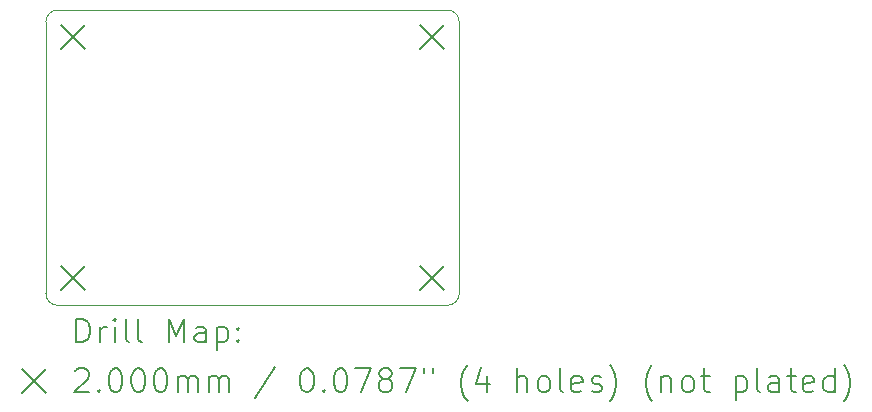
<source format=gbr>
%TF.GenerationSoftware,KiCad,Pcbnew,8.0.3*%
%TF.CreationDate,2024-12-25T15:45:30+08:00*%
%TF.ProjectId,ICM-42688,49434d2d-3432-4363-9838-2e6b69636164,rev?*%
%TF.SameCoordinates,Original*%
%TF.FileFunction,Drillmap*%
%TF.FilePolarity,Positive*%
%FSLAX45Y45*%
G04 Gerber Fmt 4.5, Leading zero omitted, Abs format (unit mm)*
G04 Created by KiCad (PCBNEW 8.0.3) date 2024-12-25 15:45:30*
%MOMM*%
%LPD*%
G01*
G04 APERTURE LIST*
%ADD10C,0.050000*%
%ADD11C,0.200000*%
G04 APERTURE END LIST*
D10*
X12000000Y-9400000D02*
X12000000Y-7100000D01*
X12100000Y-9500000D02*
G75*
G02*
X12000000Y-9400000I0J100000D01*
G01*
X15500000Y-7100000D02*
X15500000Y-9400000D01*
X12000000Y-7100000D02*
G75*
G02*
X12100000Y-7000000I100000J0D01*
G01*
X12100000Y-7000000D02*
X15400000Y-7000000D01*
X15400000Y-7000000D02*
G75*
G02*
X15500000Y-7100000I0J-100000D01*
G01*
X15500000Y-9400000D02*
G75*
G02*
X15400000Y-9500000I-100000J0D01*
G01*
X15400000Y-9500000D02*
X12100000Y-9500000D01*
D11*
X12130000Y-7130000D02*
X12330000Y-7330000D01*
X12330000Y-7130000D02*
X12130000Y-7330000D01*
X12130000Y-9170000D02*
X12330000Y-9370000D01*
X12330000Y-9170000D02*
X12130000Y-9370000D01*
X15170000Y-7130000D02*
X15370000Y-7330000D01*
X15370000Y-7130000D02*
X15170000Y-7330000D01*
X15170000Y-9170000D02*
X15370000Y-9370000D01*
X15370000Y-9170000D02*
X15170000Y-9370000D01*
X12258277Y-9813984D02*
X12258277Y-9613984D01*
X12258277Y-9613984D02*
X12305896Y-9613984D01*
X12305896Y-9613984D02*
X12334467Y-9623508D01*
X12334467Y-9623508D02*
X12353515Y-9642555D01*
X12353515Y-9642555D02*
X12363039Y-9661603D01*
X12363039Y-9661603D02*
X12372562Y-9699698D01*
X12372562Y-9699698D02*
X12372562Y-9728270D01*
X12372562Y-9728270D02*
X12363039Y-9766365D01*
X12363039Y-9766365D02*
X12353515Y-9785412D01*
X12353515Y-9785412D02*
X12334467Y-9804460D01*
X12334467Y-9804460D02*
X12305896Y-9813984D01*
X12305896Y-9813984D02*
X12258277Y-9813984D01*
X12458277Y-9813984D02*
X12458277Y-9680650D01*
X12458277Y-9718746D02*
X12467801Y-9699698D01*
X12467801Y-9699698D02*
X12477324Y-9690174D01*
X12477324Y-9690174D02*
X12496372Y-9680650D01*
X12496372Y-9680650D02*
X12515420Y-9680650D01*
X12582086Y-9813984D02*
X12582086Y-9680650D01*
X12582086Y-9613984D02*
X12572562Y-9623508D01*
X12572562Y-9623508D02*
X12582086Y-9633031D01*
X12582086Y-9633031D02*
X12591610Y-9623508D01*
X12591610Y-9623508D02*
X12582086Y-9613984D01*
X12582086Y-9613984D02*
X12582086Y-9633031D01*
X12705896Y-9813984D02*
X12686848Y-9804460D01*
X12686848Y-9804460D02*
X12677324Y-9785412D01*
X12677324Y-9785412D02*
X12677324Y-9613984D01*
X12810658Y-9813984D02*
X12791610Y-9804460D01*
X12791610Y-9804460D02*
X12782086Y-9785412D01*
X12782086Y-9785412D02*
X12782086Y-9613984D01*
X13039229Y-9813984D02*
X13039229Y-9613984D01*
X13039229Y-9613984D02*
X13105896Y-9756841D01*
X13105896Y-9756841D02*
X13172562Y-9613984D01*
X13172562Y-9613984D02*
X13172562Y-9813984D01*
X13353515Y-9813984D02*
X13353515Y-9709222D01*
X13353515Y-9709222D02*
X13343991Y-9690174D01*
X13343991Y-9690174D02*
X13324943Y-9680650D01*
X13324943Y-9680650D02*
X13286848Y-9680650D01*
X13286848Y-9680650D02*
X13267801Y-9690174D01*
X13353515Y-9804460D02*
X13334467Y-9813984D01*
X13334467Y-9813984D02*
X13286848Y-9813984D01*
X13286848Y-9813984D02*
X13267801Y-9804460D01*
X13267801Y-9804460D02*
X13258277Y-9785412D01*
X13258277Y-9785412D02*
X13258277Y-9766365D01*
X13258277Y-9766365D02*
X13267801Y-9747317D01*
X13267801Y-9747317D02*
X13286848Y-9737793D01*
X13286848Y-9737793D02*
X13334467Y-9737793D01*
X13334467Y-9737793D02*
X13353515Y-9728270D01*
X13448753Y-9680650D02*
X13448753Y-9880650D01*
X13448753Y-9690174D02*
X13467801Y-9680650D01*
X13467801Y-9680650D02*
X13505896Y-9680650D01*
X13505896Y-9680650D02*
X13524943Y-9690174D01*
X13524943Y-9690174D02*
X13534467Y-9699698D01*
X13534467Y-9699698D02*
X13543991Y-9718746D01*
X13543991Y-9718746D02*
X13543991Y-9775889D01*
X13543991Y-9775889D02*
X13534467Y-9794936D01*
X13534467Y-9794936D02*
X13524943Y-9804460D01*
X13524943Y-9804460D02*
X13505896Y-9813984D01*
X13505896Y-9813984D02*
X13467801Y-9813984D01*
X13467801Y-9813984D02*
X13448753Y-9804460D01*
X13629705Y-9794936D02*
X13639229Y-9804460D01*
X13639229Y-9804460D02*
X13629705Y-9813984D01*
X13629705Y-9813984D02*
X13620182Y-9804460D01*
X13620182Y-9804460D02*
X13629705Y-9794936D01*
X13629705Y-9794936D02*
X13629705Y-9813984D01*
X13629705Y-9690174D02*
X13639229Y-9699698D01*
X13639229Y-9699698D02*
X13629705Y-9709222D01*
X13629705Y-9709222D02*
X13620182Y-9699698D01*
X13620182Y-9699698D02*
X13629705Y-9690174D01*
X13629705Y-9690174D02*
X13629705Y-9709222D01*
X11797500Y-10042500D02*
X11997500Y-10242500D01*
X11997500Y-10042500D02*
X11797500Y-10242500D01*
X12248753Y-10053031D02*
X12258277Y-10043508D01*
X12258277Y-10043508D02*
X12277324Y-10033984D01*
X12277324Y-10033984D02*
X12324943Y-10033984D01*
X12324943Y-10033984D02*
X12343991Y-10043508D01*
X12343991Y-10043508D02*
X12353515Y-10053031D01*
X12353515Y-10053031D02*
X12363039Y-10072079D01*
X12363039Y-10072079D02*
X12363039Y-10091127D01*
X12363039Y-10091127D02*
X12353515Y-10119698D01*
X12353515Y-10119698D02*
X12239229Y-10233984D01*
X12239229Y-10233984D02*
X12363039Y-10233984D01*
X12448753Y-10214936D02*
X12458277Y-10224460D01*
X12458277Y-10224460D02*
X12448753Y-10233984D01*
X12448753Y-10233984D02*
X12439229Y-10224460D01*
X12439229Y-10224460D02*
X12448753Y-10214936D01*
X12448753Y-10214936D02*
X12448753Y-10233984D01*
X12582086Y-10033984D02*
X12601134Y-10033984D01*
X12601134Y-10033984D02*
X12620182Y-10043508D01*
X12620182Y-10043508D02*
X12629705Y-10053031D01*
X12629705Y-10053031D02*
X12639229Y-10072079D01*
X12639229Y-10072079D02*
X12648753Y-10110174D01*
X12648753Y-10110174D02*
X12648753Y-10157793D01*
X12648753Y-10157793D02*
X12639229Y-10195889D01*
X12639229Y-10195889D02*
X12629705Y-10214936D01*
X12629705Y-10214936D02*
X12620182Y-10224460D01*
X12620182Y-10224460D02*
X12601134Y-10233984D01*
X12601134Y-10233984D02*
X12582086Y-10233984D01*
X12582086Y-10233984D02*
X12563039Y-10224460D01*
X12563039Y-10224460D02*
X12553515Y-10214936D01*
X12553515Y-10214936D02*
X12543991Y-10195889D01*
X12543991Y-10195889D02*
X12534467Y-10157793D01*
X12534467Y-10157793D02*
X12534467Y-10110174D01*
X12534467Y-10110174D02*
X12543991Y-10072079D01*
X12543991Y-10072079D02*
X12553515Y-10053031D01*
X12553515Y-10053031D02*
X12563039Y-10043508D01*
X12563039Y-10043508D02*
X12582086Y-10033984D01*
X12772562Y-10033984D02*
X12791610Y-10033984D01*
X12791610Y-10033984D02*
X12810658Y-10043508D01*
X12810658Y-10043508D02*
X12820182Y-10053031D01*
X12820182Y-10053031D02*
X12829705Y-10072079D01*
X12829705Y-10072079D02*
X12839229Y-10110174D01*
X12839229Y-10110174D02*
X12839229Y-10157793D01*
X12839229Y-10157793D02*
X12829705Y-10195889D01*
X12829705Y-10195889D02*
X12820182Y-10214936D01*
X12820182Y-10214936D02*
X12810658Y-10224460D01*
X12810658Y-10224460D02*
X12791610Y-10233984D01*
X12791610Y-10233984D02*
X12772562Y-10233984D01*
X12772562Y-10233984D02*
X12753515Y-10224460D01*
X12753515Y-10224460D02*
X12743991Y-10214936D01*
X12743991Y-10214936D02*
X12734467Y-10195889D01*
X12734467Y-10195889D02*
X12724943Y-10157793D01*
X12724943Y-10157793D02*
X12724943Y-10110174D01*
X12724943Y-10110174D02*
X12734467Y-10072079D01*
X12734467Y-10072079D02*
X12743991Y-10053031D01*
X12743991Y-10053031D02*
X12753515Y-10043508D01*
X12753515Y-10043508D02*
X12772562Y-10033984D01*
X12963039Y-10033984D02*
X12982086Y-10033984D01*
X12982086Y-10033984D02*
X13001134Y-10043508D01*
X13001134Y-10043508D02*
X13010658Y-10053031D01*
X13010658Y-10053031D02*
X13020182Y-10072079D01*
X13020182Y-10072079D02*
X13029705Y-10110174D01*
X13029705Y-10110174D02*
X13029705Y-10157793D01*
X13029705Y-10157793D02*
X13020182Y-10195889D01*
X13020182Y-10195889D02*
X13010658Y-10214936D01*
X13010658Y-10214936D02*
X13001134Y-10224460D01*
X13001134Y-10224460D02*
X12982086Y-10233984D01*
X12982086Y-10233984D02*
X12963039Y-10233984D01*
X12963039Y-10233984D02*
X12943991Y-10224460D01*
X12943991Y-10224460D02*
X12934467Y-10214936D01*
X12934467Y-10214936D02*
X12924943Y-10195889D01*
X12924943Y-10195889D02*
X12915420Y-10157793D01*
X12915420Y-10157793D02*
X12915420Y-10110174D01*
X12915420Y-10110174D02*
X12924943Y-10072079D01*
X12924943Y-10072079D02*
X12934467Y-10053031D01*
X12934467Y-10053031D02*
X12943991Y-10043508D01*
X12943991Y-10043508D02*
X12963039Y-10033984D01*
X13115420Y-10233984D02*
X13115420Y-10100650D01*
X13115420Y-10119698D02*
X13124943Y-10110174D01*
X13124943Y-10110174D02*
X13143991Y-10100650D01*
X13143991Y-10100650D02*
X13172563Y-10100650D01*
X13172563Y-10100650D02*
X13191610Y-10110174D01*
X13191610Y-10110174D02*
X13201134Y-10129222D01*
X13201134Y-10129222D02*
X13201134Y-10233984D01*
X13201134Y-10129222D02*
X13210658Y-10110174D01*
X13210658Y-10110174D02*
X13229705Y-10100650D01*
X13229705Y-10100650D02*
X13258277Y-10100650D01*
X13258277Y-10100650D02*
X13277324Y-10110174D01*
X13277324Y-10110174D02*
X13286848Y-10129222D01*
X13286848Y-10129222D02*
X13286848Y-10233984D01*
X13382086Y-10233984D02*
X13382086Y-10100650D01*
X13382086Y-10119698D02*
X13391610Y-10110174D01*
X13391610Y-10110174D02*
X13410658Y-10100650D01*
X13410658Y-10100650D02*
X13439229Y-10100650D01*
X13439229Y-10100650D02*
X13458277Y-10110174D01*
X13458277Y-10110174D02*
X13467801Y-10129222D01*
X13467801Y-10129222D02*
X13467801Y-10233984D01*
X13467801Y-10129222D02*
X13477324Y-10110174D01*
X13477324Y-10110174D02*
X13496372Y-10100650D01*
X13496372Y-10100650D02*
X13524943Y-10100650D01*
X13524943Y-10100650D02*
X13543991Y-10110174D01*
X13543991Y-10110174D02*
X13553515Y-10129222D01*
X13553515Y-10129222D02*
X13553515Y-10233984D01*
X13943991Y-10024460D02*
X13772563Y-10281603D01*
X14201134Y-10033984D02*
X14220182Y-10033984D01*
X14220182Y-10033984D02*
X14239229Y-10043508D01*
X14239229Y-10043508D02*
X14248753Y-10053031D01*
X14248753Y-10053031D02*
X14258277Y-10072079D01*
X14258277Y-10072079D02*
X14267801Y-10110174D01*
X14267801Y-10110174D02*
X14267801Y-10157793D01*
X14267801Y-10157793D02*
X14258277Y-10195889D01*
X14258277Y-10195889D02*
X14248753Y-10214936D01*
X14248753Y-10214936D02*
X14239229Y-10224460D01*
X14239229Y-10224460D02*
X14220182Y-10233984D01*
X14220182Y-10233984D02*
X14201134Y-10233984D01*
X14201134Y-10233984D02*
X14182086Y-10224460D01*
X14182086Y-10224460D02*
X14172563Y-10214936D01*
X14172563Y-10214936D02*
X14163039Y-10195889D01*
X14163039Y-10195889D02*
X14153515Y-10157793D01*
X14153515Y-10157793D02*
X14153515Y-10110174D01*
X14153515Y-10110174D02*
X14163039Y-10072079D01*
X14163039Y-10072079D02*
X14172563Y-10053031D01*
X14172563Y-10053031D02*
X14182086Y-10043508D01*
X14182086Y-10043508D02*
X14201134Y-10033984D01*
X14353515Y-10214936D02*
X14363039Y-10224460D01*
X14363039Y-10224460D02*
X14353515Y-10233984D01*
X14353515Y-10233984D02*
X14343991Y-10224460D01*
X14343991Y-10224460D02*
X14353515Y-10214936D01*
X14353515Y-10214936D02*
X14353515Y-10233984D01*
X14486848Y-10033984D02*
X14505896Y-10033984D01*
X14505896Y-10033984D02*
X14524944Y-10043508D01*
X14524944Y-10043508D02*
X14534467Y-10053031D01*
X14534467Y-10053031D02*
X14543991Y-10072079D01*
X14543991Y-10072079D02*
X14553515Y-10110174D01*
X14553515Y-10110174D02*
X14553515Y-10157793D01*
X14553515Y-10157793D02*
X14543991Y-10195889D01*
X14543991Y-10195889D02*
X14534467Y-10214936D01*
X14534467Y-10214936D02*
X14524944Y-10224460D01*
X14524944Y-10224460D02*
X14505896Y-10233984D01*
X14505896Y-10233984D02*
X14486848Y-10233984D01*
X14486848Y-10233984D02*
X14467801Y-10224460D01*
X14467801Y-10224460D02*
X14458277Y-10214936D01*
X14458277Y-10214936D02*
X14448753Y-10195889D01*
X14448753Y-10195889D02*
X14439229Y-10157793D01*
X14439229Y-10157793D02*
X14439229Y-10110174D01*
X14439229Y-10110174D02*
X14448753Y-10072079D01*
X14448753Y-10072079D02*
X14458277Y-10053031D01*
X14458277Y-10053031D02*
X14467801Y-10043508D01*
X14467801Y-10043508D02*
X14486848Y-10033984D01*
X14620182Y-10033984D02*
X14753515Y-10033984D01*
X14753515Y-10033984D02*
X14667801Y-10233984D01*
X14858277Y-10119698D02*
X14839229Y-10110174D01*
X14839229Y-10110174D02*
X14829706Y-10100650D01*
X14829706Y-10100650D02*
X14820182Y-10081603D01*
X14820182Y-10081603D02*
X14820182Y-10072079D01*
X14820182Y-10072079D02*
X14829706Y-10053031D01*
X14829706Y-10053031D02*
X14839229Y-10043508D01*
X14839229Y-10043508D02*
X14858277Y-10033984D01*
X14858277Y-10033984D02*
X14896372Y-10033984D01*
X14896372Y-10033984D02*
X14915420Y-10043508D01*
X14915420Y-10043508D02*
X14924944Y-10053031D01*
X14924944Y-10053031D02*
X14934467Y-10072079D01*
X14934467Y-10072079D02*
X14934467Y-10081603D01*
X14934467Y-10081603D02*
X14924944Y-10100650D01*
X14924944Y-10100650D02*
X14915420Y-10110174D01*
X14915420Y-10110174D02*
X14896372Y-10119698D01*
X14896372Y-10119698D02*
X14858277Y-10119698D01*
X14858277Y-10119698D02*
X14839229Y-10129222D01*
X14839229Y-10129222D02*
X14829706Y-10138746D01*
X14829706Y-10138746D02*
X14820182Y-10157793D01*
X14820182Y-10157793D02*
X14820182Y-10195889D01*
X14820182Y-10195889D02*
X14829706Y-10214936D01*
X14829706Y-10214936D02*
X14839229Y-10224460D01*
X14839229Y-10224460D02*
X14858277Y-10233984D01*
X14858277Y-10233984D02*
X14896372Y-10233984D01*
X14896372Y-10233984D02*
X14915420Y-10224460D01*
X14915420Y-10224460D02*
X14924944Y-10214936D01*
X14924944Y-10214936D02*
X14934467Y-10195889D01*
X14934467Y-10195889D02*
X14934467Y-10157793D01*
X14934467Y-10157793D02*
X14924944Y-10138746D01*
X14924944Y-10138746D02*
X14915420Y-10129222D01*
X14915420Y-10129222D02*
X14896372Y-10119698D01*
X15001134Y-10033984D02*
X15134467Y-10033984D01*
X15134467Y-10033984D02*
X15048753Y-10233984D01*
X15201134Y-10033984D02*
X15201134Y-10072079D01*
X15277325Y-10033984D02*
X15277325Y-10072079D01*
X15572563Y-10310174D02*
X15563039Y-10300650D01*
X15563039Y-10300650D02*
X15543991Y-10272079D01*
X15543991Y-10272079D02*
X15534468Y-10253031D01*
X15534468Y-10253031D02*
X15524944Y-10224460D01*
X15524944Y-10224460D02*
X15515420Y-10176841D01*
X15515420Y-10176841D02*
X15515420Y-10138746D01*
X15515420Y-10138746D02*
X15524944Y-10091127D01*
X15524944Y-10091127D02*
X15534468Y-10062555D01*
X15534468Y-10062555D02*
X15543991Y-10043508D01*
X15543991Y-10043508D02*
X15563039Y-10014936D01*
X15563039Y-10014936D02*
X15572563Y-10005412D01*
X15734468Y-10100650D02*
X15734468Y-10233984D01*
X15686848Y-10024460D02*
X15639229Y-10167317D01*
X15639229Y-10167317D02*
X15763039Y-10167317D01*
X15991610Y-10233984D02*
X15991610Y-10033984D01*
X16077325Y-10233984D02*
X16077325Y-10129222D01*
X16077325Y-10129222D02*
X16067801Y-10110174D01*
X16067801Y-10110174D02*
X16048753Y-10100650D01*
X16048753Y-10100650D02*
X16020182Y-10100650D01*
X16020182Y-10100650D02*
X16001134Y-10110174D01*
X16001134Y-10110174D02*
X15991610Y-10119698D01*
X16201134Y-10233984D02*
X16182087Y-10224460D01*
X16182087Y-10224460D02*
X16172563Y-10214936D01*
X16172563Y-10214936D02*
X16163039Y-10195889D01*
X16163039Y-10195889D02*
X16163039Y-10138746D01*
X16163039Y-10138746D02*
X16172563Y-10119698D01*
X16172563Y-10119698D02*
X16182087Y-10110174D01*
X16182087Y-10110174D02*
X16201134Y-10100650D01*
X16201134Y-10100650D02*
X16229706Y-10100650D01*
X16229706Y-10100650D02*
X16248753Y-10110174D01*
X16248753Y-10110174D02*
X16258277Y-10119698D01*
X16258277Y-10119698D02*
X16267801Y-10138746D01*
X16267801Y-10138746D02*
X16267801Y-10195889D01*
X16267801Y-10195889D02*
X16258277Y-10214936D01*
X16258277Y-10214936D02*
X16248753Y-10224460D01*
X16248753Y-10224460D02*
X16229706Y-10233984D01*
X16229706Y-10233984D02*
X16201134Y-10233984D01*
X16382087Y-10233984D02*
X16363039Y-10224460D01*
X16363039Y-10224460D02*
X16353515Y-10205412D01*
X16353515Y-10205412D02*
X16353515Y-10033984D01*
X16534468Y-10224460D02*
X16515420Y-10233984D01*
X16515420Y-10233984D02*
X16477325Y-10233984D01*
X16477325Y-10233984D02*
X16458277Y-10224460D01*
X16458277Y-10224460D02*
X16448753Y-10205412D01*
X16448753Y-10205412D02*
X16448753Y-10129222D01*
X16448753Y-10129222D02*
X16458277Y-10110174D01*
X16458277Y-10110174D02*
X16477325Y-10100650D01*
X16477325Y-10100650D02*
X16515420Y-10100650D01*
X16515420Y-10100650D02*
X16534468Y-10110174D01*
X16534468Y-10110174D02*
X16543991Y-10129222D01*
X16543991Y-10129222D02*
X16543991Y-10148270D01*
X16543991Y-10148270D02*
X16448753Y-10167317D01*
X16620182Y-10224460D02*
X16639230Y-10233984D01*
X16639230Y-10233984D02*
X16677325Y-10233984D01*
X16677325Y-10233984D02*
X16696372Y-10224460D01*
X16696372Y-10224460D02*
X16705896Y-10205412D01*
X16705896Y-10205412D02*
X16705896Y-10195889D01*
X16705896Y-10195889D02*
X16696372Y-10176841D01*
X16696372Y-10176841D02*
X16677325Y-10167317D01*
X16677325Y-10167317D02*
X16648753Y-10167317D01*
X16648753Y-10167317D02*
X16629706Y-10157793D01*
X16629706Y-10157793D02*
X16620182Y-10138746D01*
X16620182Y-10138746D02*
X16620182Y-10129222D01*
X16620182Y-10129222D02*
X16629706Y-10110174D01*
X16629706Y-10110174D02*
X16648753Y-10100650D01*
X16648753Y-10100650D02*
X16677325Y-10100650D01*
X16677325Y-10100650D02*
X16696372Y-10110174D01*
X16772563Y-10310174D02*
X16782087Y-10300650D01*
X16782087Y-10300650D02*
X16801134Y-10272079D01*
X16801134Y-10272079D02*
X16810658Y-10253031D01*
X16810658Y-10253031D02*
X16820182Y-10224460D01*
X16820182Y-10224460D02*
X16829706Y-10176841D01*
X16829706Y-10176841D02*
X16829706Y-10138746D01*
X16829706Y-10138746D02*
X16820182Y-10091127D01*
X16820182Y-10091127D02*
X16810658Y-10062555D01*
X16810658Y-10062555D02*
X16801134Y-10043508D01*
X16801134Y-10043508D02*
X16782087Y-10014936D01*
X16782087Y-10014936D02*
X16772563Y-10005412D01*
X17134468Y-10310174D02*
X17124944Y-10300650D01*
X17124944Y-10300650D02*
X17105896Y-10272079D01*
X17105896Y-10272079D02*
X17096373Y-10253031D01*
X17096373Y-10253031D02*
X17086849Y-10224460D01*
X17086849Y-10224460D02*
X17077325Y-10176841D01*
X17077325Y-10176841D02*
X17077325Y-10138746D01*
X17077325Y-10138746D02*
X17086849Y-10091127D01*
X17086849Y-10091127D02*
X17096373Y-10062555D01*
X17096373Y-10062555D02*
X17105896Y-10043508D01*
X17105896Y-10043508D02*
X17124944Y-10014936D01*
X17124944Y-10014936D02*
X17134468Y-10005412D01*
X17210658Y-10100650D02*
X17210658Y-10233984D01*
X17210658Y-10119698D02*
X17220182Y-10110174D01*
X17220182Y-10110174D02*
X17239230Y-10100650D01*
X17239230Y-10100650D02*
X17267801Y-10100650D01*
X17267801Y-10100650D02*
X17286849Y-10110174D01*
X17286849Y-10110174D02*
X17296373Y-10129222D01*
X17296373Y-10129222D02*
X17296373Y-10233984D01*
X17420182Y-10233984D02*
X17401134Y-10224460D01*
X17401134Y-10224460D02*
X17391611Y-10214936D01*
X17391611Y-10214936D02*
X17382087Y-10195889D01*
X17382087Y-10195889D02*
X17382087Y-10138746D01*
X17382087Y-10138746D02*
X17391611Y-10119698D01*
X17391611Y-10119698D02*
X17401134Y-10110174D01*
X17401134Y-10110174D02*
X17420182Y-10100650D01*
X17420182Y-10100650D02*
X17448754Y-10100650D01*
X17448754Y-10100650D02*
X17467801Y-10110174D01*
X17467801Y-10110174D02*
X17477325Y-10119698D01*
X17477325Y-10119698D02*
X17486849Y-10138746D01*
X17486849Y-10138746D02*
X17486849Y-10195889D01*
X17486849Y-10195889D02*
X17477325Y-10214936D01*
X17477325Y-10214936D02*
X17467801Y-10224460D01*
X17467801Y-10224460D02*
X17448754Y-10233984D01*
X17448754Y-10233984D02*
X17420182Y-10233984D01*
X17543992Y-10100650D02*
X17620182Y-10100650D01*
X17572563Y-10033984D02*
X17572563Y-10205412D01*
X17572563Y-10205412D02*
X17582087Y-10224460D01*
X17582087Y-10224460D02*
X17601134Y-10233984D01*
X17601134Y-10233984D02*
X17620182Y-10233984D01*
X17839230Y-10100650D02*
X17839230Y-10300650D01*
X17839230Y-10110174D02*
X17858277Y-10100650D01*
X17858277Y-10100650D02*
X17896373Y-10100650D01*
X17896373Y-10100650D02*
X17915420Y-10110174D01*
X17915420Y-10110174D02*
X17924944Y-10119698D01*
X17924944Y-10119698D02*
X17934468Y-10138746D01*
X17934468Y-10138746D02*
X17934468Y-10195889D01*
X17934468Y-10195889D02*
X17924944Y-10214936D01*
X17924944Y-10214936D02*
X17915420Y-10224460D01*
X17915420Y-10224460D02*
X17896373Y-10233984D01*
X17896373Y-10233984D02*
X17858277Y-10233984D01*
X17858277Y-10233984D02*
X17839230Y-10224460D01*
X18048754Y-10233984D02*
X18029706Y-10224460D01*
X18029706Y-10224460D02*
X18020182Y-10205412D01*
X18020182Y-10205412D02*
X18020182Y-10033984D01*
X18210658Y-10233984D02*
X18210658Y-10129222D01*
X18210658Y-10129222D02*
X18201135Y-10110174D01*
X18201135Y-10110174D02*
X18182087Y-10100650D01*
X18182087Y-10100650D02*
X18143992Y-10100650D01*
X18143992Y-10100650D02*
X18124944Y-10110174D01*
X18210658Y-10224460D02*
X18191611Y-10233984D01*
X18191611Y-10233984D02*
X18143992Y-10233984D01*
X18143992Y-10233984D02*
X18124944Y-10224460D01*
X18124944Y-10224460D02*
X18115420Y-10205412D01*
X18115420Y-10205412D02*
X18115420Y-10186365D01*
X18115420Y-10186365D02*
X18124944Y-10167317D01*
X18124944Y-10167317D02*
X18143992Y-10157793D01*
X18143992Y-10157793D02*
X18191611Y-10157793D01*
X18191611Y-10157793D02*
X18210658Y-10148270D01*
X18277325Y-10100650D02*
X18353515Y-10100650D01*
X18305896Y-10033984D02*
X18305896Y-10205412D01*
X18305896Y-10205412D02*
X18315420Y-10224460D01*
X18315420Y-10224460D02*
X18334468Y-10233984D01*
X18334468Y-10233984D02*
X18353515Y-10233984D01*
X18496373Y-10224460D02*
X18477325Y-10233984D01*
X18477325Y-10233984D02*
X18439230Y-10233984D01*
X18439230Y-10233984D02*
X18420182Y-10224460D01*
X18420182Y-10224460D02*
X18410658Y-10205412D01*
X18410658Y-10205412D02*
X18410658Y-10129222D01*
X18410658Y-10129222D02*
X18420182Y-10110174D01*
X18420182Y-10110174D02*
X18439230Y-10100650D01*
X18439230Y-10100650D02*
X18477325Y-10100650D01*
X18477325Y-10100650D02*
X18496373Y-10110174D01*
X18496373Y-10110174D02*
X18505896Y-10129222D01*
X18505896Y-10129222D02*
X18505896Y-10148270D01*
X18505896Y-10148270D02*
X18410658Y-10167317D01*
X18677325Y-10233984D02*
X18677325Y-10033984D01*
X18677325Y-10224460D02*
X18658277Y-10233984D01*
X18658277Y-10233984D02*
X18620182Y-10233984D01*
X18620182Y-10233984D02*
X18601135Y-10224460D01*
X18601135Y-10224460D02*
X18591611Y-10214936D01*
X18591611Y-10214936D02*
X18582087Y-10195889D01*
X18582087Y-10195889D02*
X18582087Y-10138746D01*
X18582087Y-10138746D02*
X18591611Y-10119698D01*
X18591611Y-10119698D02*
X18601135Y-10110174D01*
X18601135Y-10110174D02*
X18620182Y-10100650D01*
X18620182Y-10100650D02*
X18658277Y-10100650D01*
X18658277Y-10100650D02*
X18677325Y-10110174D01*
X18753516Y-10310174D02*
X18763039Y-10300650D01*
X18763039Y-10300650D02*
X18782087Y-10272079D01*
X18782087Y-10272079D02*
X18791611Y-10253031D01*
X18791611Y-10253031D02*
X18801135Y-10224460D01*
X18801135Y-10224460D02*
X18810658Y-10176841D01*
X18810658Y-10176841D02*
X18810658Y-10138746D01*
X18810658Y-10138746D02*
X18801135Y-10091127D01*
X18801135Y-10091127D02*
X18791611Y-10062555D01*
X18791611Y-10062555D02*
X18782087Y-10043508D01*
X18782087Y-10043508D02*
X18763039Y-10014936D01*
X18763039Y-10014936D02*
X18753516Y-10005412D01*
M02*

</source>
